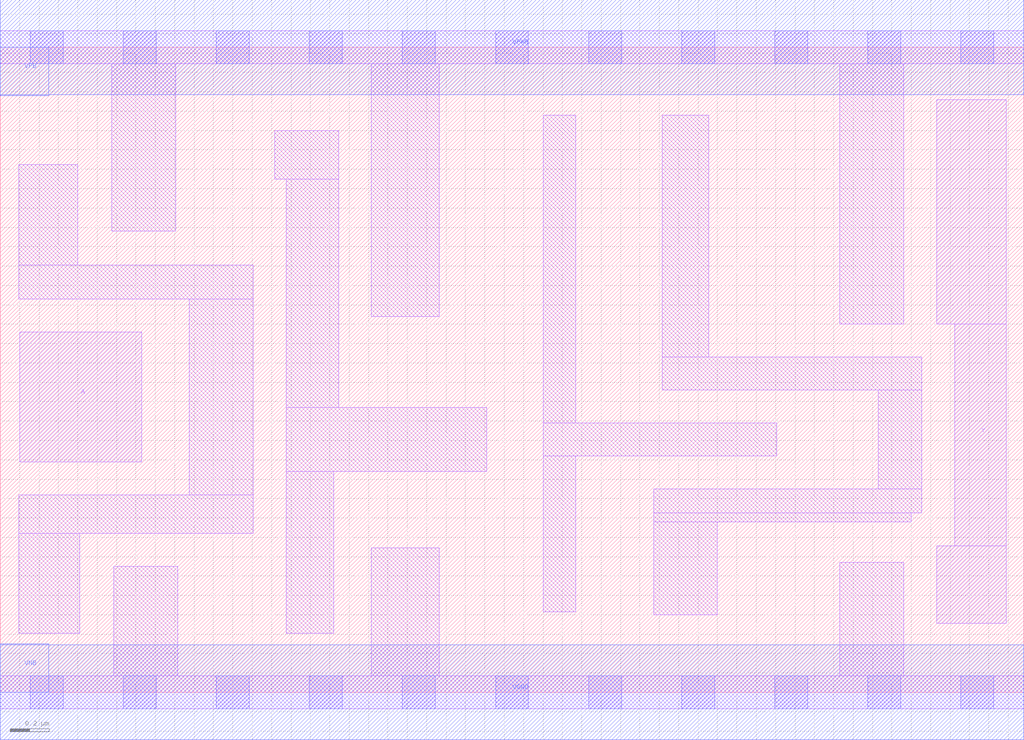
<source format=lef>
# Copyright 2020 The SkyWater PDK Authors
#
# Licensed under the Apache License, Version 2.0 (the "License");
# you may not use this file except in compliance with the License.
# You may obtain a copy of the License at
#
#     https://www.apache.org/licenses/LICENSE-2.0
#
# Unless required by applicable law or agreed to in writing, software
# distributed under the License is distributed on an "AS IS" BASIS,
# WITHOUT WARRANTIES OR CONDITIONS OF ANY KIND, either express or implied.
# See the License for the specific language governing permissions and
# limitations under the License.
#
# SPDX-License-Identifier: Apache-2.0

VERSION 5.5 ;
NAMESCASESENSITIVE ON ;
BUSBITCHARS "[]" ;
DIVIDERCHAR "/" ;
MACRO sky130_fd_sc_ms__clkdlyinv5sd3_1
  CLASS CORE ;
  SOURCE USER ;
  ORIGIN  0.000000  0.000000 ;
  SIZE  5.280000 BY  3.330000 ;
  SYMMETRY X Y ;
  SITE unit ;
  PIN A
    ANTENNAGATEAREA  0.231000 ;
    DIRECTION INPUT ;
    USE SIGNAL ;
    PORT
      LAYER li1 ;
        RECT 0.100000 1.190000 0.730000 1.860000 ;
    END
  END A
  PIN Y
    ANTENNADIFFAREA  0.424900 ;
    DIRECTION OUTPUT ;
    USE SIGNAL ;
    PORT
      LAYER li1 ;
        RECT 4.830000 0.355000 5.190000 0.755000 ;
        RECT 4.830000 1.900000 5.190000 3.060000 ;
        RECT 4.925000 0.755000 5.190000 1.900000 ;
    END
  END Y
  PIN VGND
    DIRECTION INOUT ;
    USE GROUND ;
    PORT
      LAYER met1 ;
        RECT 0.000000 -0.245000 5.280000 0.245000 ;
    END
  END VGND
  PIN VNB
    DIRECTION INOUT ;
    USE GROUND ;
    PORT
      LAYER met1 ;
        RECT 0.000000 0.000000 0.250000 0.250000 ;
    END
  END VNB
  PIN VPB
    DIRECTION INOUT ;
    USE POWER ;
    PORT
      LAYER met1 ;
        RECT 0.000000 3.080000 0.250000 3.330000 ;
    END
  END VPB
  PIN VPWR
    DIRECTION INOUT ;
    USE POWER ;
    PORT
      LAYER met1 ;
        RECT 0.000000 3.085000 5.280000 3.575000 ;
    END
  END VPWR
  OBS
    LAYER li1 ;
      RECT 0.000000 -0.085000 5.280000 0.085000 ;
      RECT 0.000000  3.245000 5.280000 3.415000 ;
      RECT 0.095000  0.305000 0.410000 0.820000 ;
      RECT 0.095000  0.820000 1.305000 1.020000 ;
      RECT 0.095000  2.030000 1.305000 2.205000 ;
      RECT 0.095000  2.205000 0.400000 2.725000 ;
      RECT 0.575000  2.380000 0.905000 3.245000 ;
      RECT 0.585000  0.085000 0.915000 0.650000 ;
      RECT 0.975000  1.020000 1.305000 2.030000 ;
      RECT 1.415000  2.650000 1.745000 2.900000 ;
      RECT 1.475000  0.305000 1.720000 1.140000 ;
      RECT 1.475000  1.140000 2.510000 1.470000 ;
      RECT 1.475000  1.470000 1.745000 2.650000 ;
      RECT 1.915000  0.085000 2.265000 0.745000 ;
      RECT 1.915000  1.940000 2.265000 3.245000 ;
      RECT 2.800000  0.415000 2.970000 1.220000 ;
      RECT 2.800000  1.220000 4.005000 1.390000 ;
      RECT 2.800000  1.390000 2.970000 2.980000 ;
      RECT 3.370000  0.400000 3.700000 0.880000 ;
      RECT 3.370000  0.880000 4.700000 0.925000 ;
      RECT 3.370000  0.925000 4.755000 1.050000 ;
      RECT 3.415000  1.560000 4.755000 1.730000 ;
      RECT 3.415000  1.730000 3.655000 2.980000 ;
      RECT 4.330000  0.085000 4.660000 0.670000 ;
      RECT 4.330000  1.900000 4.660000 3.245000 ;
      RECT 4.530000  1.050000 4.755000 1.560000 ;
    LAYER mcon ;
      RECT 0.155000 -0.085000 0.325000 0.085000 ;
      RECT 0.155000  3.245000 0.325000 3.415000 ;
      RECT 0.635000 -0.085000 0.805000 0.085000 ;
      RECT 0.635000  3.245000 0.805000 3.415000 ;
      RECT 1.115000 -0.085000 1.285000 0.085000 ;
      RECT 1.115000  3.245000 1.285000 3.415000 ;
      RECT 1.595000 -0.085000 1.765000 0.085000 ;
      RECT 1.595000  3.245000 1.765000 3.415000 ;
      RECT 2.075000 -0.085000 2.245000 0.085000 ;
      RECT 2.075000  3.245000 2.245000 3.415000 ;
      RECT 2.555000 -0.085000 2.725000 0.085000 ;
      RECT 2.555000  3.245000 2.725000 3.415000 ;
      RECT 3.035000 -0.085000 3.205000 0.085000 ;
      RECT 3.035000  3.245000 3.205000 3.415000 ;
      RECT 3.515000 -0.085000 3.685000 0.085000 ;
      RECT 3.515000  3.245000 3.685000 3.415000 ;
      RECT 3.995000 -0.085000 4.165000 0.085000 ;
      RECT 3.995000  3.245000 4.165000 3.415000 ;
      RECT 4.475000 -0.085000 4.645000 0.085000 ;
      RECT 4.475000  3.245000 4.645000 3.415000 ;
      RECT 4.955000 -0.085000 5.125000 0.085000 ;
      RECT 4.955000  3.245000 5.125000 3.415000 ;
  END
END sky130_fd_sc_ms__clkdlyinv5sd3_1
END LIBRARY

</source>
